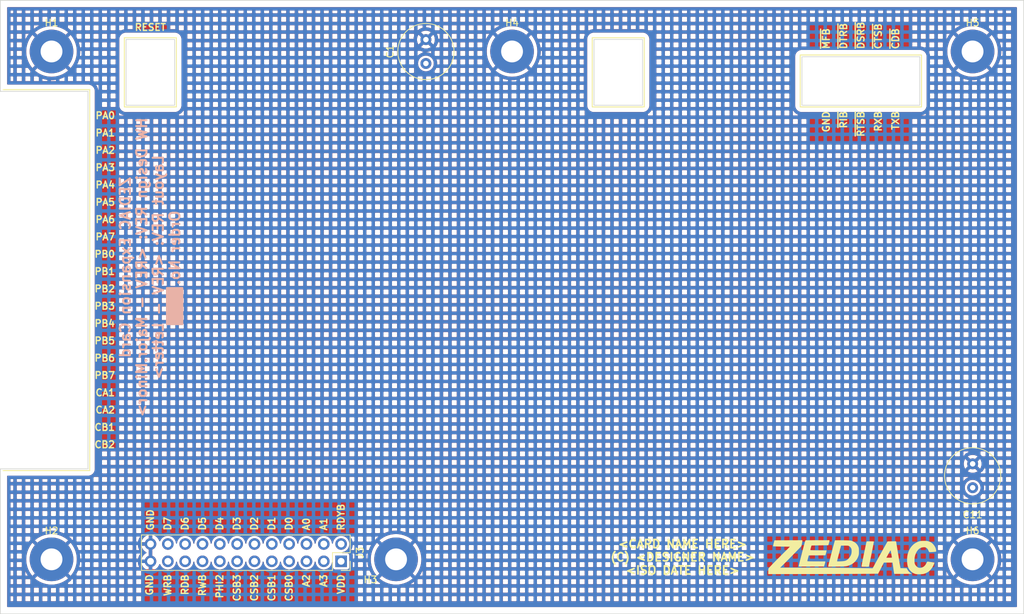
<source format=kicad_pcb>
(kicad_pcb (version 20240108) (generator "pcbnew") (generator_version "8.0")
  (title_block (date "2023-07-02"))
  (layers (0 "F.Cu" signal) (1 "In1.Cu" signal) (2 "In2.Cu" signal) (31 "B.Cu" signal) (34 "B.Paste" user) (35 "F.Paste" user) (36 "B.SilkS" user "B.Silkscreen") (37 "F.SilkS" user "F.Silkscreen") (38 "B.Mask" user) (39 "F.Mask" user) (44 "Edge.Cuts" user))
  (net 0 "")
  (net 1 "VDD")
  (net 2 "GND")
  (net 3 "/{slash}RDB")
  (net 4 "/{slash}WRB")
  (net 5 "/{slash}RWB")
  (net 6 "/AUXCSB0")
  (net 7 "/AUXCSB1")
  (net 8 "/AUXCSB2")
  (net 9 "/AUXCSB3")
  (net 10 "/A1")
  (net 11 "/A0")
  (net 12 "/A3")
  (net 13 "/D7")
  (net 14 "/A2")
  (net 15 "/D6")
  (net 16 "/D5")
  (net 17 "/PHI2")
  (net 18 "/D4")
  (net 19 "/D3")
  (net 20 "/D2")
  (net 21 "/D1")
  (net 22 "/D0")
  (net 23 "/{slash}RDY")
  (footprint "MountingHole:MountingHole_3.2mm_M3_Pad" (layer "F.Cu") (at 167.5 32.5)
    (property "Reference" "H5" (at 0 -4.2 0) (layer "F.SilkS"))
    (property "Value" "MountingHole_Pad")
    (pad "1" thru_hole circle (at 0 0) (size 6.4 6.4) (drill 3.2) (layers "*.Cu" "*.Mask") (net 2 "GND"))
  )
  (footprint "MountingHole:MountingHole_3.2mm_M3_Pad" (layer "F.Cu") (at 32.5 32.5)
    (property "Reference" "H1" (at 0 -4.2 0) (layer "F.SilkS"))
    (property "Value" "MountingHole_Pad")
    (pad "1" thru_hole circle (at 0 0) (size 6.4 6.4) (drill 3.2) (layers "*.Cu" "*.Mask") (net 2 "GND"))
  )
  (footprint "MountingHole:MountingHole_3.2mm_M3_Pad" (layer "F.Cu") (at 167.5 107)
    (property "Reference" "H6" (at 0 -4.2 0) (layer "F.SilkS"))
    (property "Value" "MountingHole_Pad")
    (pad "1" thru_hole circle (at 0 0) (size 6.4 6.4) (drill 3.2) (layers "*.Cu" "*.Mask") (net 2 "GND"))
  )
  (footprint "MountingHole:MountingHole_3.2mm_M3_Pad" (layer "F.Cu") (at 100 32.5)
    (property "Reference" "H4" (at 0 -4.2 0) (layer "F.SilkS"))
    (property "Value" "MountingHole_Pad")
    (pad "1" thru_hole circle (at 0 0) (size 6.4 6.4) (drill 3.2) (layers "*.Cu" "*.Mask") (net 2 "GND"))
  )
  (footprint "Capacitor_THT:C_Radial_D8.0mm_H7.0mm_P3.50mm" (layer "F.Cu") (at 87.376 34.262 90)
    (property "Reference" "C1" (at 1.75 -5.25 90) (layer "F.SilkS"))
    (property "Value" "150u")
    (fp_circle (center 1.75 0) (end 5.87 0) (stroke (width 0.12)) (fill none) (layer "F.SilkS"))
    (pad "1" thru_hole circle (at 0 0 90) (size 1.6 1.6) (drill 0.8) (layers "*.Cu" "*.Mask") (net 1 "VDD"))
    (pad "2" thru_hole circle (at 3.5 0 90) (size 1.6 1.6) (drill 0.8) (layers "*.Cu" "*.Mask") (net 2 "GND"))
  )
  (footprint "MountingHole:MountingHole_3.2mm_M3_Pad" (layer "F.Cu") (at 83 107)
    (property "Reference" "H3" (at -3.752 2.982 0) (layer "F.SilkS"))
    (property "Value" "MountingHole_Pad")
    (pad "1" thru_hole circle (at 0 0) (size 6.4 6.4) (drill 3.2) (layers "*.Cu" "*.Mask") (net 2 "GND"))
  )
  (footprint "Capacitor_THT:C_Radial_D8.0mm_H7.0mm_P3.50mm" (layer "F.Cu") (at 167.513 96.492 90)
    (property "Reference" "C11" (at -3.965 0 180) (layer "F.SilkS"))
    (property "Value" "150u")
    (fp_circle (center 1.75 0) (end 5.87 0) (stroke (width 0.12)) (fill none) (layer "F.SilkS"))
    (pad "1" thru_hole circle (at 0 0 90) (size 1.6 1.6) (drill 0.8) (layers "*.Cu" "*.Mask") (net 1 "VDD"))
    (pad "2" thru_hole circle (at 3.5 0 90) (size 1.6 1.6) (drill 0.8) (layers "*.Cu" "*.Mask") (net 2 "GND"))
  )
  (footprint "zediac:zediac-logo" (layer "F.Cu") (at 149.86 106.68)
    (property "Reference" "G1" (hide yes))
    (property "Value" "LOGO" (hide yes))
    (fp_poly (pts (xy 2.779876 -2.324578) (xy 2.917679 -2.321164) (xy 3.036064 -2.316074) (xy 3.124752 -2.309386) (xy 3.173466 -2.301174) (xy 3.179317 -2.29774) (xy 3.176089 -2.268838) (xy 3.163055 -2.192178) (xy 3.141262 -2.073004) (xy 3.111755 -1.916558) (xy 3.075582 -1.728083) (xy 3.033791 -1.512823) (xy 2.987426 -1.27602) (xy 2.937537 -1.022916) (xy 2.885169 -0.758756) (xy 2.831368 -0.488781) (xy 2.777183 -0.218235) (xy 2.72366 0.04764) (xy 2.671846 0.3036) (xy 2.622787 0.544404) (xy 2.57753 0.764807) (xy 2.537123 0.959567) (xy 2.502611 1.123441) (xy 2.475043 1.251186) (xy 2.455464 1.33756) (xy 2.446427 1.372791) (xy 2.428772 1.385157) (xy 2.380756 1.394371) (xy 2.297056 1.400764) (xy 2.172345 1.404671) (xy 2.001299 1.406427) (xy 1.907028 1.406603) (xy 1.720657 1.406006) (xy 1.581638 1.403888) (xy 1.483232 1.399755) (xy 1.4187 1.393116) (xy 1.381305 1.383479) (xy 1.364308 1.370351) (xy 1.362596 1.366839) (xy 1.364733 1.332891) (xy 1.3769 1.251456) (xy 1.39808 1.128008) (xy 1.427258 0.968019) (xy 1.463418 0.776965) (xy 1.505546 0.560318) (xy 1.552624 0.323552) (xy 1.594713 0.115774) (xy 1.680307 -0.302931) (xy 1.75589 -0.671647) (xy 1.822123 -0.993421) (xy 1.879668 -1.271303) (xy 1.929189 -1.508339) (xy 1.971345 -1.707577) (xy 2.006801 -1.872066) (xy 2.036218 -2.004853) (xy 2.060258 -2.108985) (xy 2.079584 -2.187511) (xy 2.094858 -2.243478) (xy 2.106741 -2.279934) (xy 2.115897 -2.299927) (xy 2.120793 -2.305602) (xy 2.159284 -2.313844) (xy 2.240021 -2.319952) (xy 2.352726 -2.324004) (xy 2.487122 -2.326074) (xy 2.632931 -2.32624)) (fill solid) (layer "F.SilkS"))
    (fp_poly (pts (xy -3.327539 -2.414217) (xy -3.335233 -2.358695) (xy -3.35579 -2.265406) (xy -3.385914 -2.148216) (xy -3.415953 -2.042279) (xy -3.503986 -1.744728) (xy -4.725257 -1.731203) (xy -4.9772 -1.72805) (xy -5.212352 -1.724408) (xy -5.425221 -1.720412) (xy -5.610319 -1.716199) (xy -5.762154 -1.711902) (xy -5.875237 -1.70766) (xy -5.944076 -1.703606) (xy -5.963587 -1.700607) (xy -5.979989 -1.665544) (xy -6.003775 -1.592021) (xy -6.031877 -1.492445) (xy -6.061229 -1.379226) (xy -6.088764 -1.264772) (xy -6.111414 -1.161491) (xy -6.126114 -1.081791) (xy -6.129795 -1.038081) (xy -6.12837 -1.033914) (xy -6.098044 -1.029631) (xy -6.019236 -1.025304) (xy -5.897566 -1.021063) (xy -5.738651 -1.017039) (xy -5.54811 -1.013362) (xy -5.331561 -1.010161) (xy -5.094623 -1.007567) (xy -4.934409 -1.006282) (xy -3.759958 -0.998187) (xy -3.759873 -0.938657) (xy -3.766964 -0.889616) (xy -3.786277 -0.80165) (xy -3.814761 -0.687733) (xy -3.845339 -0.575086) (xy -3.93089 -0.271045) (xy -5.148211 -0.26401) (xy -6.365531 -0.256975) (xy -6.590197 0.581577) (xy -6.480242 0.599859) (xy -6.430626 0.603717) (xy -6.332999 0.607388) (xy -6.193449 0.610778) (xy -6.018066 0.613794) (xy -5.812937 0.616341) (xy -5.584153 0.618327) (xy -5.337802 0.619658) (xy -5.159798 0.620147) (xy -3.949308 0.622152) (xy -3.949679 0.696539) (xy -3.957466 0.752012) (xy -3.978287 0.845212) (xy -4.008804 0.962301) (xy -4.039337 1.068478) (xy -4.128625 1.366028) (xy -5.986571 1.372977) (xy -7.844516 1.379926) (xy -7.844306 1.318877) (xy -7.837319 1.276231) (xy -7.816651 1.182384) (xy -7.782573 1.038406) (xy -7.735353 0.845366) (xy -7.675261 0.604335) (xy -7.602566 0.316383) (xy -7.517539 -0.017421) (xy -7.420449 -0.396008) (xy -7.311564 -0.818306) (xy -7.191155 -1.283247) (xy -7.11209 -1.587619) (xy -7.049202 -1.828114) (xy -6.997741 -2.021209) (xy -6.956089 -2.172008) (xy -6.922623 -2.285612) (xy -6.895724 -2.367126) (xy -6.87377 -2.421651) (xy -6.855142 -2.454292) (xy -6.838217 -2.47015) (xy -6.830845 -2.473139) (xy -6.794801 -2.475715) (xy -6.709386 -2.478159) (xy -6.579332 -2.480431) (xy -6.409367 -2.482491) (xy -6.204222 -2.484299) (xy -5.968626 -2.485815) (xy -5.707309 -2.486998) (xy -5.425002 -2.487808) (xy -5.126434 -2.488205) (xy -5.051598 -2.488235) (xy -3.327157 -2.488604)) (fill solid) (layer "F.SilkS"))
    (fp_poly (pts (xy 10.686224 -2.391182) (xy 10.822463 -2.386542) (xy 10.930697 -2.377628) (xy 11.023957 -2.363183) (xy 11.115276 -2.341955) (xy 11.157332 -2.330389) (xy 11.362067 -2.261947) (xy 11.531455 -2.179423) (xy 11.684147 -2.072048) (xy 11.820367 -1.947603) (xy 12.01077 -1.72557) (xy 12.156491 -1.485858) (xy 12.254376 -1.234798) (xy 12.300883 -0.983475) (xy 12.307446 -0.892226) (xy 12.304614 -0.841223) (xy 12.287556 -0.816806) (xy 12.251437 -0.805311) (xy 12.236856 -0.802473) (xy 12.147802 -0.788991) (xy 12.029088 -0.775902) (xy 11.891655 -0.763853) (xy 11.746442 -0.753493) (xy 11.604389 -0.74547) (xy 11.476437 -0.740433) (xy 11.373524 -0.73903) (xy 11.306592 -0.741909) (xy 11.287793 -0.746232) (xy 11.256345 -0.784542) (xy 11.217683 -0.856754) (xy 11.188698 -0.925475) (xy 11.100564 -1.114959) (xy 10.99406 -1.25863) (xy 10.863725 -1.363212) (xy 10.809085 -1.392995) (xy 10.726588 -1.43049) (xy 10.657271 -1.451443) (xy 10.58102 -1.459159) (xy 10.47772 -1.456942) (xy 10.434156 -1.454587) (xy 10.194809 -1.41684) (xy 9.977805 -1.331953) (xy 9.781982 -1.199015) (xy 9.606181 -1.017114) (xy 9.449239 -0.785337) (xy 9.357319 -0.608626) (xy 9.264764 -0.393152) (xy 9.199448 -0.190963) (xy 9.157734 0.015087) (xy 9.13598 0.242144) (xy 9.130473 0.459851) (xy 9.133961 0.669079) (xy 9.147977 0.835741) (xy 9.176227 0.970942) (xy 9.222418 1.085786) (xy 9.290258 1.191377) (xy 9.383454 1.298817) (xy 9.424576 1.340735) (xy 9.556152 1.455799) (xy 9.683203 1.527437) (xy 9.822427 1.561982) (xy 9.990525 1.56577) (xy 10.014222 1.564408) (xy 10.21725 1.524861) (xy 10.408426 1.435205) (xy 10.583374 1.298914) (xy 10.737717 1.11946) (xy 10.867079 0.900314) (xy 10.876816 0.879897) (xy 10.936047 0.76104) (xy 10.981966 0.687499) (xy 11.018639 0.653353) (xy 11.035211 0.649202) (xy 11.077661 0.652973) (xy 11.163743 0.663424) (xy 11.283582 0.679258) (xy 11.427299 0.699178) (xy 11.550372 0.716827) (xy 11.702692 0.738868) (xy 11.835763 0.757904) (xy 11.940623 0.772668) (xy 12.008312 0.781899) (xy 12.029822 0.784452) (xy 12.042071 0.807194) (xy 12.034451 0.868393) (xy 12.010025 0.957505) (xy 11.971857 1.063989) (xy 11.923011 1.177301) (xy 11.90461 1.21532) (xy 11.728974 1.528753) (xy 11.537562 1.793397) (xy 11.325826 2.013384) (xy 11.089218 2.192846) (xy 10.823191 2.335916) (xy 10.563046 2.43439) (xy 10.436032 2.464074) (xy 10.271731 2.486879) (xy 10.083449 2.502478) (xy 9.884489 2.510542) (xy 9.688156 2.510743) (xy 9.507755 2.502754) (xy 9.356589 2.486247) (xy 9.264643 2.466387) (xy 9.043661 2.387037) (xy 8.857182 2.289137) (xy 8.686089 2.161345) (xy 8.573676 2.05648) (xy 8.412306 1.87654) (xy 8.284502 1.688606) (xy 8.187074 1.484216) (xy 8.116831 1.254906) (xy 8.070583 0.992213) (xy 8.045139 0.687672) (xy 8.043415 0.64988) (xy 8.040895 0.253949) (xy 8.069729 -0.105958) (xy 8.131646 -0.439087) (xy 8.228376 -0.754683) (xy 8.361649 -1.061992) (xy 8.364879 -1.068477) (xy 8.547639 -1.381413) (xy 8.764114 -1.658439) (xy 9.010389 -1.895771) (xy 9.282549 -2.089629) (xy 9.57145 -2.234124) (xy 9.727224 -2.293637) (xy 9.864608 -2.336616) (xy 9.998243 -2.365539) (xy 10.142769 -2.382885) (xy 10.312828 -2.391132) (xy 10.508945 -2.392801)) (fill solid) (layer "F.SilkS"))
    (fp_poly (pts (xy -1.731748 -2.482094) (xy -1.499122 -2.480354) (xy -1.420128 -2.479524) (xy -1.128937 -2.476044) (xy -0.885685 -2.472222) (xy -0.684216 -2.467277) (xy -0.51837 -2.460429) (xy -0.38199 -2.450897) (xy -0.268918 -2.437901) (xy -0.172994 -2.420661) (xy -0.088062 -2.398397) (xy -0.007962 -2.370329) (xy 0.073463 -2.335677) (xy 0.162372 -2.293659) (xy 0.202875 -2.273898) (xy 0.441395 -2.128015) (xy 0.643275 -1.943182) (xy 0.805438 -1.722812) (xy 0.923387 -1.474228) (xy 0.946171 -1.405679) (xy 0.962437 -1.337126) (xy 0.973301 -1.257483) (xy 0.979874 -1.155666) (xy 0.98327 -1.020589) (xy 0.984513 -0.865601) (xy 0.984383 -0.691745) (xy 0.981645 -0.559937) (xy 0.975163 -0.458143) (xy 0.963802 -0.374332) (xy 0.946426 -0.29647) (xy 0.923325 -0.217082) (xy 0.814575 0.06855) (xy 0.672552 0.326122) (xy 0.490173 0.566655) (xy 0.281272 0.781792) (xy 0.035689 0.975141) (xy -0.248493 1.132207) (xy -0.57247 1.253613) (xy -0.691707 1.286829) (xy -0.750225 1.301626) (xy -0.804973 1.314408) (xy -0.860398 1.325396) (xy -0.920944 1.334808) (xy -0.991055 1.342865) (xy -1.075176 1.349787) (xy -1.177752 1.355794) (xy -1.303227 1.361105) (xy -1.456046 1.365941) (xy -1.640653 1.370521) (xy -1.861493 1.375065) (xy -2.123012 1.379794) (xy -2.429652 1.384927) (xy -2.785859 1.390684) (xy -2.792918 1.390797) (xy -3.516507 1.402417) (xy -3.516507 1.335024) (xy -3.515963 1.317303) (xy -3.513751 1.295131) (xy -3.509002 1.265013) (xy -3.500849 1.22345) (xy -3.488424 1.166947) (xy -3.470857 1.092005) (xy -3.44728 0.995128) (xy -3.416826 0.872819) (xy -3.378625 0.72158) (xy -3.341215 0.574814) (xy -2.216937 0.574814) (xy -2.211576 0.597663) (xy -2.18736 0.611608) (xy -2.134156 0.618611) (xy -2.041832 0.620635) (xy -1.981417 0.620419) (xy -1.850038 0.617526) (xy -1.689447 0.611155) (xy -1.524338 0.602387) (xy -1.433653 0.596445) (xy -1.223131 0.574517) (xy -1.051724 0.53893) (xy -0.905134 0.484603) (xy -0.769061 0.406454) (xy -0.652801 0.318992) (xy -0.510893 0.181218) (xy -0.37316 0.008972) (xy -0.253028 -0.178912) (xy -0.163922 -0.363604) (xy -0.161259 -0.370486) (xy -0.119999 -0.516534) (xy -0.093654 -0.689529) (xy -0.083089 -0.871158) (xy -0.089168 -1.043109) (xy -0.112755 -1.187067) (xy -0.121336 -1.216078) (xy -0.20573 -1.388438) (xy -0.335147 -1.531582) (xy -0.456799 -1.617274) (xy -0.500963 -1.642464) (xy -0.54134 -1.661106) (xy -0.586695 -1.674184) (xy -0.64579 -1.682686) (xy -0.727389 -1.687596) (xy -0.840254 -1.6899) (xy -0.99315 -1.690585) (xy -1.108894 -1.690628) (xy -1.636212 -1.690628) (xy -1.925991 -0.581576) (xy -1.987746 -0.344237) (xy -2.045059 -0.12207) (xy -2.096499 0.079239) (xy -2.140634 0.254001) (xy -2.176034 0.396527) (xy -2.201267 0.501129) (xy -2.214902 0.562119) (xy -2.216937 0.574814) (xy -3.341215 0.574814) (xy -3.331809 0.537915) (xy -3.27551 0.318327) (xy -3.208859 0.059317) (xy -3.130989 -0.24261) (xy -3.04103 -0.590952) (xy -2.97006 -0.865601) (xy -2.896431 -1.149013) (xy -2.826099 -1.416866) (xy -2.760321 -1.664559) (xy -2.700354 -1.887494) (xy -2.647457 -2.081071) (xy -2.602884 -2.240689) (xy -2.567895 -2.36175) (xy -2.543745 -2.439654) (xy -2.531692 -2.4698) (xy -2.531615 -2.469862) (xy -2.498917 -2.474342) (xy -2.418061 -2.477914) (xy -2.294981 -2.480527) (xy -2.135613 -2.482129) (xy -1.94589 -2.482668)) (fill solid) (layer "F.SilkS"))
    (fp_poly (pts (xy -7.303515 -2.417392) (xy -7.309058 -2.33994) (xy -7.323964 -2.22849) (xy -7.345649 -2.096559) (xy -7.371527 -1.95766) (xy -7.399013 -1.825309) (xy -7.425523 -1.71302) (xy -7.448472 -1.634308) (xy -7.457482 -1.612385) (xy -7.481742 -1.582557) (xy -7.540569 -1.518025) (xy -7.630377 -1.422445) (xy -7.747583 -1.299472) (xy -7.888603 -1.15276) (xy -8.04985 -0.985965) (xy -8.227742 -0.802741) (xy -8.418694 -0.606743) (xy -8.619121 -0.401627) (xy -8.825439 -0.191046) (xy -9.034063 0.021343) (xy -9.241409 0.231887) (xy -9.443892 0.43693) (xy -9.637929 0.632817) (xy -9.819934 0.815894) (xy -9.986323 0.982506) (xy -10.133512 1.128997) (xy -10.257917 1.251713) (xy -10.355952 1.346999) (xy -10.411006 1.399184) (xy -10.563046 1.540541) (xy -6.933051 1.541197) (xy -6.449657 1.541497) (xy -5.952407 1.542205) (xy -5.447147 1.543294) (xy -4.939724 1.544737) (xy -4.435985 1.546505) (xy -3.941778 1.548571) (xy -3.46295 1.550907) (xy -3.005347 1.553486) (xy -2.574818 1.556279) (xy -2.177208 1.559259) (xy -1.818365 1.562398) (xy -1.504137 1.565669) (xy -1.33369 1.567759) (xy -0.97129 1.572527) (xy -0.593765 1.577496) (xy -0.209524 1.582555) (xy 0.173022 1.587593) (xy 0.545463 1.592499) (xy 0.899389 1.597164) (xy 1.226389 1.601475) (xy 1.518053 1.605322) (xy 1.76597 1.608594) (xy 1.816031 1.609256) (xy 2.996386 1.624847) (xy 3.369539 0.940912) (xy 3.461244 0.773355) (xy 3.567488 0.580133) (xy 3.685724 0.365812) (xy 3.813404 0.134959) (xy 3.843226 0.081151) (xy 4.999119 0.081151) (xy 5.40744 0.081151) (xy 5.574922 0.079937) (xy 5.693869 0.075999) (xy 5.769796 0.068888) (xy 5.808221 0.058156) (xy 5.815761 0.047985) (xy 5.811119 0.004562) (xy 5.798428 -0.079948) (xy 5.779545 -0.195185) (xy 5.756326 -0.330793) (xy 5.730624 -0.476413) (xy 5.704297 -0.621688) (xy 5.679199 -0.75626) (xy 5.657186 -0.869771) (xy 5.640113 -0.951864) (xy 5.629837 -0.992181) (xy 5.629153 -0.993711) (xy 5.61087 -0.982581) (xy 5.571246 -0.928764) (xy 5.513719 -0.837665) (xy 5.441725 -0.714688) (xy 5.371085 -0.58796) (xy 5.289605 -0.439211) (xy 5.212316 -0.298677) (xy 5.144855 -0.176565) (xy 5.092861 -0.083084) (xy 5.065065 -0.033812) (xy 4.999119 0.081151) (xy 3.843226 0.081151) (xy 3.947979 -0.107858) (xy 4.086903 -0.358073) (xy 4.227628 -0.61112) (xy 4.367605 -0.862431) (xy 4.504288 -1.107439) (xy 4.635129 -1.341579) (xy 4.75758 -1.560282) (xy 4.869093 -1.758982) (xy 4.967121 -1.933112) (xy 5.049115 -2.078106) (xy 5.11253 -2.189396) (xy 5.154815 -2.262416) (xy 5.173339 -2.292492) (xy 5.197578 -2.304215) (xy 5.252573 -2.313154) (xy 5.343241 -2.319568) (xy 5.474502 -2.323716) (xy 5.651272 -2.325858) (xy 5.814769 -2.326304) (xy 6.429303 -2.326304) (xy 6.595627 -1.305165) (xy 6.638117 -1.043837) (xy 6.682358 -0.770918) (xy 6.726508 -0.497822) (xy 6.768727 -0.235963) (xy 6.807173 0.003246) (xy 6.840005 0.20839) (xy 6.858502 0.324601) (xy 6.890695 0.525846) (xy 6.924337 0.733205) (xy 6.95709 0.932467) (xy 6.986614 1.109418) (xy 7.01057 1.249847) (xy 7.014321 1.271353) (xy 7.073589 1.609479) (xy 7.993329 1.624223) (xy 8.086741 1.804389) (xy 8.192616 1.971337) (xy 8.330445 2.134579) (xy 8.484236 2.277039) (xy 8.615442 2.368963) (xy 8.750692 2.44803) (xy 7.454808 2.455058) (xy 7.195503 2.456312) (xy 6.953195 2.45719) (xy 6.733156 2.457694) (xy 6.54066 2.457826) (xy 6.380978 2.457587) (xy 6.259383 2.456979) (xy 6.181147 2.456005) (xy 6.151543 2.454666) (xy 6.151449 2.454609) (xy 6.145949 2.426995) (xy 6.133932 2.352345) (xy 6.116374 2.237203) (xy 6.094253 2.088111) (xy 6.068546 1.911613) (xy 6.040229 1.714251) (xy 6.027205 1.622555) (xy 5.910436 0.797977) (xy 4.645254 0.797977) (xy 4.429697 1.217253) (xy 4.337699 1.396132) (xy 4.234017 1.59762) (xy 4.129647 1.800358) (xy 4.035581 1.982987) (xy 4.010114 2.032409) (xy 3.806088 2.428289) (xy 2.694258 2.444352) (xy 2.567331 2.445848) (xy 2.389073 2.44743) (xy 2.162251 2.449088) (xy 1.889634 2.45081) (xy 1.573991 2.452585) (xy 1.218089 2.454402) (xy 0.824698 2.456252) (xy 0.396584 2.458122) (xy -0.063483 2.460002) (xy -0.552734 2.461881) (xy -1.068402 2.463749) (xy -1.607719 2.465594) (xy -2.167916 2.467405) (xy -2.746224 2.469172) (xy -3.339875 2.470883) (xy -3.946102 2.472529) (xy -4.562135 2.474097) (xy -5.185206 2.475578) (xy -5.362673 2.47598) (xy -12.307774 2.491546) (xy -12.307774 2.124031) (xy -12.305496 1.946507) (xy -12.298177 1.814709) (xy -12.285098 1.720436) (xy -12.266797 1.658444) (xy -12.243653 1.622677) (xy -12.192714 1.560519) (xy -12.11301 1.470976) (xy -12.00357 1.353053) (xy -11.863426 1.205755) (xy -11.691608 1.028088) (xy -11.487145 0.819057) (xy -11.249068 0.577667) (xy -10.976407 0.302924) (xy -10.668193 -0.006168) (xy -10.323455 -0.350602) (xy -9.941223 -0.731375) (xy -9.794649 -0.877147) (xy -9.134452 -1.533474) (xy -10.349175 -1.552949) (xy -10.634083 -1.558089) (xy -10.889392 -1.563845) (xy -11.111218 -1.570073) (xy -11.295682 -1.576629) (xy -11.438902 -1.583371) (xy -11.536997 -1.590154) (xy -11.586085 -1.596834) (xy -11.590758 -1.598876) (xy -11.595572 -1.637551) (xy -11.583406 -1.726736) (xy -11.554404 -1.865626) (xy -11.509528 -2.050203) (xy -11.401438 -2.475079) (xy -9.352477 -2.482012) (xy -7.303515 -2.488944)) (fill solid) (layer "F.SilkS"))
  )
  (footprint "Connector_PinSocket_2.54mm:PinSocket_2x12_P2.54mm_Vertical" (layer "F.Cu") (at 74.95 107.29 -90)
    (property "Reference" "J3" (at -1.27 -2.77 90) (layer "F.SilkS"))
    (property "Value" "Conn_02x12_Odd_Even")
    (fp_line (start -3.87 29.27) (end 1.33 29.27) (stroke (width 0.12)) (layer "F.SilkS"))
    (fp_line (start -1.27 1.27) (end 1.33 1.27) (stroke (width 0.12)) (layer "F.SilkS"))
    (fp_line (start 1.33 1.27) (end 1.33 29.27) (stroke (width 0.12)) (layer "F.SilkS"))
    (fp_line (start -3.87 -1.33) (end -3.87 29.27) (stroke (width 0.12)) (layer "F.SilkS"))
    (fp_line (start -3.87 -1.33) (end -1.27 -1.33) (stroke (width 0.12)) (layer "F.SilkS"))
    (fp_line (start -1.27 -1.33) (end -1.27 1.27) (stroke (width 0.12)) (layer "F.SilkS"))
    (fp_line (start 0 -1.33) (end 1.33 -1.33) (stroke (width 0.12)) (layer "F.SilkS"))
    (fp_line (start 1.33 -1.33) (end 1.33 0) (stroke (width 0.12)) (layer "F.SilkS"))
    (pad "1" thru_hole rect (at 0 0 270) (size 1.7 1.7) (drill 1) (layers "*.Cu" "*.Mask") (net 1 "VDD"))
    (pad "2" thru_hole oval (at -2.54 0 270) (size 1.7 1.7) (drill 1) (layers "*.Cu" "*.Mask") (net 23 "/{slash}RDY"))
    (pad "3" thru_hole oval (at 0 2.54 270) (size 1.7 1.7) (drill 1) (layers "*.Cu" "*.Mask") (net 12 "/A3"))
    (pad "4" thru_hole oval (at -2.54 2.54 270) (size 1.7 1.7) (drill 1) (layers "*.Cu" "*.Mask") (net 10 "/A1"))
    (pad "5" thru_hole oval (at 0 5.08 270) (size 1.7 1.7) (drill 1) (layers "*.Cu" "*.Mask") (net 14 "/A2"))
    (pad "6" thru_hole oval (at -2.54 5.08 270) (size 1.7 1.7) (drill 1) (layers "*.Cu" "*.Mask") (net 11 "/A0"))
    (pad "7" thru_hole oval (at 0 7.62 270) (size 1.7 1.7) (drill 1) (layers "*.Cu" "*.Mask") (net 6 "/AUXCSB0"))
    (pad "8" thru_hole oval (at -2.54 7.62 270) (size 1.7 1.7) (drill 1) (layers "*.Cu" "*.Mask") (net 22 "/D0"))
    (pad "9" thru_hole oval (at 0 10.16 270) (size 1.7 1.7) (drill 1) (layers "*.Cu" "*.Mask") (net 7 "/AUXCSB1"))
    (pad "10" thru_hole oval (at -2.54 10.16 270) (size 1.7 1.7) (drill 1) (layers "*.Cu" "*.Mask") (net 21 "/D1"))
    (pad "11" thru_hole oval (at 0 12.7 270) (size 1.7 1.7) (drill 1) (layers "*.Cu" "*.Mask") (net 8 "/AUXCSB2"))
    (pad "12" thru_hole oval (at -2.54 12.7 270) (size 1.7 1.7) (drill 1) (layers "*.Cu" "*.Mask") (net 20 "/D2"))
    (pad "13" thru_hole oval (at 0 15.24 270) (size 1.7 1.7) (drill 1) (layers "*.Cu" "*.Mask") (net 9 "/AUXCSB3"))
    (pad "14" thru_hole oval (at -2.54 15.24 270) (size 1.7 1.7) (drill 1) (layers "*.Cu" "*.Mask") (net 19 "/D3"))
    (pad "15" thru_hole oval (at 0 17.78 270) (size 1.7 1.7) (drill 1) (layers "*.Cu" "*.Mask") (net 17 "/PHI2"))
    (pad "16" thru_hole oval (at -2.54 17.78 270) (size 1.7 1.7) (drill 1) (layers "*.Cu" "*.Mask") (net 18 "/D4"))
    (pad "17" thru_hole oval (at 0 20.32 270) (size 1.7 1.7) (drill 1) (layers "*.Cu" "*.Mask") (net 5 "/{slash}RWB"))
    (pad "18" thru_hole oval (at -2.54 20.32 270) (size 1.7 1.7) (drill 1) (layers "*.Cu" "*.Mask") (net 16 "/D5"))
    (pad "19" thru_hole oval (at 0 22.86 270) (size 1.7 1.7) (drill 1) (layers "*.Cu" "*.Mask") (net 3 "/{slash}RDB"))
    (pad "20" thru_hole oval (at -2.54 22.86 270) (size 1.7 1.7) (drill 1) (layers "*.Cu" "*.Mask") (net 15 "/D6"))
    (pad "21" thru_hole oval (at 0 25.4 270) (size 1.7 1.7) (drill 1) (layers "*.Cu" "*.Mask") (net 4 "/{slash}WRB"))
    (pad "22" thru_hole oval (at -2.54 25.4 270) (size 1.7 1.7) (drill 1) (layers "*.Cu" "*.Mask") (net 13 "/D7"))
    (pad "23" thru_hole oval (at 0 27.94 270) (size 1.7 1.7) (drill 1) (layers "*.Cu" "*.Mask") (net 2 "GND"))
    (pad "24" thru_hole oval (at -2.54 27.94 270) (size 1.7 1.7) (drill 1) (layers "*.Cu" "*.Mask") (net 2 "GND"))
  )
  (footprint "MountingHole:MountingHole_3.2mm_M3_Pad" (layer "F.Cu") (at 32.5 107)
    (property "Reference" "H2" (at 0 -4.2 0) (layer "F.SilkS"))
    (property "Value" "MountingHole_Pad")
    (pad "1" thru_hole circle (at 0 0) (size 6.4 6.4) (drill 3.2) (layers "*.Cu" "*.Mask") (net 2 "GND"))
  )
  (gr_line (start 38.1 38.1) (end 38.1 93.98) (stroke (width 0.15)) (layer "F.SilkS"))
  (gr_rect (start 43.18 30.48) (end 50.8 40.64) (stroke (width 0.15)) (fill none) (layer "F.SilkS"))
  (gr_rect (start 142.24 33.02) (end 160.02 40.64) (stroke (width 0.15)) (fill none) (layer "F.SilkS"))
  (gr_line (start 25.4 38.1) (end 38.1 38.1) (stroke (width 0.15)) (layer "F.SilkS"))
  (gr_rect (start 111.76 30.48) (end 119.38 40.64) (stroke (width 0.15)) (fill none) (layer "F.SilkS"))
  (gr_line (start 38.1 93.98) (end 25.4 93.98) (stroke (width 0.15)) (layer "F.SilkS"))
  (gr_line (start 25 25) (end 25 38.354) (stroke (width 0.1)) (layer "Edge.Cuts"))
  (gr_line (start 37.846 93.726) (end 37.846 38.354) (stroke (width 0.1)) (layer "Edge.Cuts"))
  (gr_rect (start 43.434 30.734) (end 50.546 40.386) (stroke (width 0.1)) (fill none) (layer "Edge.Cuts"))
  (gr_line (start 175 115) (end 25 115) (stroke (width 0.1)) (layer "Edge.Cuts"))
  (gr_line (start 25 25) (end 175 25) (stroke (width 0.1)) (layer "Edge.Cuts"))
  (gr_rect (start 142.494 33.274) (end 159.766 40.386) (stroke (width 0.1)) (fill none) (layer "Edge.Cuts"))
  (gr_line (start 25 38.354) (end 37.846 38.354) (stroke (width 0.1)) (layer "Edge.Cuts"))
  (gr_line (start 25 115) (end 25 93.726) (stroke (width 0.1)) (layer "Edge.Cuts"))
  (gr_line (start 25 93.726) (end 37.846 93.726) (stroke (width 0.1)) (layer "Edge.Cuts"))
  (gr_rect (start 112.014 30.734) (end 119.126 40.386) (stroke (width 0.1)) (fill none) (layer "Edge.Cuts"))
  (gr_line (start 175 25) (end 175 115) (stroke (width 0.1)) (layer "Edge.Cuts"))
  (gr_text "ZEDIAC Expansion Card\nHW Design REV: <REV - Major.Minor>\nLayout REV: <REV - Letter>\nOrder No.     " (at 46.9392 64.1604 90) (layer "B.SilkS") (effects (font (size 1.5 1.5) (thickness 0.3)) (justify mirror)))
  (gr_text "GND" (at 46.863 109.093 90) (layer "F.SilkS") (effects (font (size 1 1) (thickness 0.2)) (justify right)))
  (gr_text "PB6\n" (at 41.91 77.47 0) (layer "F.SilkS") (effects (font (size 1 1) (thickness 0.2)) (justify right)))
  (gr_text "PA5\n" (at 41.91 54.61 0) (layer "F.SilkS") (effects (font (size 1 1) (thickness 0.2)) (justify right)))
  (gr_text "CB1\n" (at 41.91 87.63 0) (layer "F.SilkS") (effects (font (size 1 1) (thickness 0.2)) (justify right)))
  (gr_text "<CARD NAME HERE>\n(C) <DESIGNER NAME>\n<ISO DATE HERE>" (at 125 106.68 0) (layer "F.SilkS") (effects (font (size 1.2 1.2) (thickness 0.25))))
  (gr_text "VDD" (at 74.93 109.093 90) (layer "F.SilkS") (effects (font (size 1 1) (thickness 0.2)) (justify right)))
  (gr_text "CSB3" (at 59.69 109.093 90) (layer "F.SilkS") (effects (font (size 1 1) (thickness 0.2)) (justify right)))
  (gr_text "~{MFB}" (at 146.05 32.258 90) (layer "F.SilkS") (effects (font (size 1 1) (thickness 0.2)) (justify left)))
  (gr_text "PB4\n" (at 41.91 72.39 0) (layer "F.SilkS") (effects (font (size 1 1) (thickness 0.2)) (justify right)))
  (gr_text "~{RTSB}" (at 151.13 41.148 90) (layer "F.SilkS") (effects (font (size 1 1) (thickness 0.2)) (justify right)))
  (gr_text "PB0\n" (at 41.91 62.23 0) (layer "F.SilkS") (effects (font (size 1 1) (thickness 0.2)) (justify right)))
  (gr_text "CSB2" (at 62.23 109.093 90) (layer "F.SilkS") (effects (font (size 1 1) (thickness 0.2)) (justify right)))
  (gr_text "WRB" (at 49.53 109.093 90) (layer "F.SilkS") (effects (font (size 1 1) (thickness 0.2)) (justify right)))
  (gr_text "~{CTSB}" (at 153.67 32.258 90) (layer "F.SilkS") (effects (font (size 1 1) (thickness 0.2)) (justify left)))
  (gr_text "PB7\n" (at 41.91 80.01 0) (layer "F.SilkS") (effects (font (size 1 1) (thickness 0.2)) (justify right)))
  (gr_text "D3" (at 59.69 102.87 90) (layer "F.SilkS") (effects (font (size 1 1) (thickness 0.2)) (justify left)))
  (gr_text "PA1" (at 41.91 44.45 0) (layer "F.SilkS") (effects (font (size 1 1) (thickness 0.2)) (justify right)))
  (gr_text "PA0" (at 41.91 41.91 0) (layer "F.SilkS") (effects (font (size 1 1) (thickness 0.2)) (justify right)))
  (gr_text "RDB" (at 52.07 109.093 90) (layer "F.SilkS") (effects (font (size 1 1) (thickness 0.2)) (justify right)))
  (gr_text "PA3\n" (at 41.91 49.53 0) (layer "F.SilkS") (effects (font (size 1 1) (thickness 0.2)) (justify right)))
  (gr_text "~{DSRB}" (at 151.13 32.258 90) (layer "F.SilkS") (effects (font (size 1 1) (thickness 0.2)) (justify left)))
  (gr_text "~{DTRB}" (at 148.59 32.258 90) (layer "F.SilkS") (effects (font (size 1 1) (thickness 0.2)) (justify left)))
  (gr_text "CA1\n" (at 41.91 82.55 0) (layer "F.SilkS") (effects (font (size 1 1) (thickness 0.2)) (justify right)))
  (gr_text "PB5\n" (at 41.91 74.93 0) (layer "F.SilkS") (effects (font (size 1 1) (thickness 0.2)) (justify right)))
  (gr_text "A0" (at 69.85 102.87 90) (layer "F.SilkS") (effects (font (size 1 1) (thickness 0.2)) (justify left)))
  (gr_text "RXB" (at 153.67 41.148 90) (layer "F.SilkS") (effects (font (size 1 1) (thickness 0.2)) (justify right)))
  (gr_text "CSB0" (at 67.31 109.093 90) (layer "F.SilkS") (effects (font (size 1 1) (thickness 0.2)) (justify right)))
  (gr_text "TXB" (at 156.21 41.148 90) (layer "F.SilkS") (effects (font (size 1 1) (thickness 0.2)) (justify right)))
  (gr_text "PHI2" (at 57.15 109.093 90) (layer "F.SilkS") (effects (font (size 1 1) (thickness 0.2)) (justify right)))
  (gr_text "RDYB" (at 74.93 102.87 90) (layer "F.SilkS") (effects (font (size 1 1) (thickness 0.2)) (justify left)))
  (gr_text "D4" (at 57.15 102.87 90) (layer "F.SilkS") (effects (font (size 1 1) (thickness 0.2)) (justify left)))
  (gr_text "PA2" (at 41.91 46.99 0) (layer "F.SilkS") (effects (font (size 1 1) (thickness 0.2)) (justify right)))
  (gr_text "CSB1" (at 64.77 109.093 90) (layer "F.SilkS") (effects (font (size 1 1) (thickness 0.2)) (justify right)))
  (gr_text "D0" (at 67.31 102.87 90) (layer "F.SilkS") (effects (font (size 1 1) (thickness 0.2)) (justify left)))
  (gr_text "PA4\n" (at 41.91 52.07 0) (layer "F.SilkS") (effects (font (size 1 1) (thickness 0.2)) (justify right)))
  (gr_text "CA2\n" (at 41.91 85.09 0) (layer "F.SilkS") (effects (font (size 1 1) (thickness 0.2)) (justify right)))
  (gr_text "PA6\n" (at 41.91 57.15 0) (layer "F.SilkS") (effects (font (size 1 1) (thickness 0.2)) (justify right)))
  (gr_text "PA7\n" (at 41.91 59.69 0) (layer "F.SilkS") (effects (font (size 1 1) (thickness 0.2)) (justify right)))
  (gr_text "D2" (at 62.23 102.87 90) (layer "F.SilkS") (effects (font (size 1 1) (thickness 0.2)) (justify left)))
  (gr_text "D5" (at 54.61 102.87 90) (layer "F.SilkS") (effects (font (size 1 1) (thickness 0.2)) (justify left)))
  (gr_text "A2" (at 69.85 109.093 90) (layer "F.SilkS") (effects (font (size 1 1) (thickness 0.2)) (justify right)))
  (gr_text "GND" (at 46.99 102.87 90) (layer "F.SilkS") (effects (font (size 1 1) (thickness 0.2)) (justify left)))
  (gr_text "RWB" (at 54.61 109.093 90) (layer "F.SilkS") (effects (font (size 1 1) (thickness 0.2)) (justify right)))
  (gr_text "D6" (at 52.07 102.87 90) (layer "F.SilkS") (effects (font (size 1 1) (thickness 0.2)) (justify left)))
  (gr_text "~{CDB}" (at 156.21 32.258 90) (layer "F.SilkS") (effects (font (size 1 1) (thickness 0.2)) (justify left)))
  (gr_text "~{RIB}" (at 148.59 41.148 90) (layer "F.SilkS") (effects (font (size 1 1) (thickness 0.2)) (justify right)))
  (gr_text "PB2\n" (at 41.91 67.31 0) (layer "F.SilkS") (effects (font (size 1 1) (thickness 0.2)) (justify right)))
  (gr_text "D7" (at 49.53 102.87 90) (layer "F.SilkS") (effects (font (size 1 1) (thickness 0.2)) (justify left)))
  (gr_text "CB2\n" (at 41.91 90.17 0) (layer "F.SilkS") (effects (font (size 1 1) (thickness 0.2)) (justify right)))
  (gr_text "PB3\n" (at 41.91 69.85 0) (layer "F.SilkS") (effects (font (size 1 1) (thickness 0.2)) (justify right)))
  (gr_text "GND" (at 146.05 41.148 90) (layer "F.SilkS") (effects (font (size 1 1) (thickness 0.2)) (justify right)))
  (gr_text "A3" (at 72.39 109.093 90) (layer "F.SilkS") (effects (font (size 1 1) (thickness 0.2)) (justify right)))
  (gr_text "RESET" (at 46.99 28.956 0) (layer "F.SilkS") (effects (font (size 1 1) (thickness 0.2))))
  (gr_text "PB1\n" (at 41.91 64.77 0) (layer "F.SilkS") (effects (font (size 1 1) (thickness 0.2)) (justify right)))
  (gr_text "D1" (at 64.77 102.87 90) (layer "F.SilkS") (effects (font (size 1 1) (thickness 0.2)) (justify left)))
  (gr_text "A1" (at 72.39 102.87 90) (layer "F.SilkS") (effects (font (size 1 1) (thickness 0.2)) (justify left)))
  (zone (net 2) (net_name "GND") (layer "F.Cu") (connect_pads no (clearance 0.35)) (min_thickness 0.254) (fill yes (thermal_gap 0.508) (thermal_bridge_width 0.508) (smoothing fillet) (radius 5))
    (polygon (pts (xy 77.0636 103.3272) (xy 45.72 103.3272) (xy 45.72 98.3996) (xy 77.0636 98.3996)))
  )
  (zone (net 2) (net_name "GND") (layer "F.Cu") (priority 2) (connect_pads (clearance 0.35)) (min_thickness 0.25) (fill yes (thermal_gap 0.5) (thermal_bridge_width 0.5))
    (polygon (pts (xy 143.51 40.894) (xy 158.496 40.894) (xy 158.496 45.974) (xy 143.51 45.974)))
  )
  (zone (net 2) (net_name "GND") (layer "F.Cu") (priority 1) (connect_pads no (clearance 0.35)) (min_thickness 0.254) (fill yes (thermal_gap 0.508) (thermal_bridge_width 0.508) (smoothing fillet) (radius 5))
    (polygon (pts (xy 162.179 109.601) (xy 137.16 109.601) (xy 137.16 103.378) (xy 162.179 103.378)))
  )
  (zone (net 2) (net_name "GND") (layer "F.Cu") (connect_pads no (clearance 0.35)) (min_thickness 0.254) (fill yes (thermal_gap 0.508) (thermal_bridge_width 0.508) (smoothing fillet) (radius 5))
    (polygon (pts (xy 49.784 29.5656) (xy 44.704 29.5656) (xy 44.704 28.194) (xy 49.784 28.194)))
  )
  (zone (net 2) (net_name "GND") (layer "F.Cu") (connect_pads no (clearance 0.35)) (min_thickness 0.254) (fill yes (thermal_gap 0.508) (thermal_bridge_width 0.508) (smoothing fillet) (radius 5))
    (polygon (pts (xy 77.0636 113.3856) (xy 45.72 113.3856) (xy 45.72 108.458) (xy 77.0636 108.458)))
  )
  (zone (net 2) (net_name "GND") (layer "F.Cu") (priority 3) (connect_pads (clearance 0.35)) (min_thickness 0.25) (fill yes (thermal_gap 0.5) (thermal_bridge_width 0.5))
    (polygon (pts (xy 38.354 40.894) (xy 42.164 40.894) (xy 42.164 90.932) (xy 38.354 90.932)))
  )
  (zone (net 2) (net_name "GND") (layer "F.Cu") (priority 2) (connect_pads (clearance 0.35)) (min_thickness 0.25) (fill yes (thermal_gap 0.5) (thermal_bridge_width 0.5))
    (polygon (pts (xy 143.51 28.194) (xy 158.242 28.194) (xy 158.242 33.02) (xy 143.51 33.02)))
  )
  (zone (net 2) (net_name "GND") (layers "F&B.Cu") (connect_pads (clearance 0.35)) (min_thickness 0.1524) (fill yes (mode hatch) (thermal_gap 0.508) (thermal_bridge_width 0.508) (hatch_thickness 0.5) (hatch_gap 0.75) (hatch_orientation 0) (hatch_smoothing_level 3) (hatch_smoothing_value 0.1) (hatch_border_algorithm hatch_thickness) (hatch_min_hole_area 0.3))
    (polygon (pts (xy 174.983841 114.888852) (xy 24.983841 114.888852) (xy 24.983841 24.982852) (xy 174.983841 24.982852)))
  )
  (zone (net 0) (net_name "") (layer "B.SilkS") (connect_pads (clearance 0.35)) (min_thickness 0.254) (fill yes (thermal_gap 0.508) (thermal_bridge_width 0.508))
    (polygon (pts (xy 51.816 72.644) (xy 49.276 72.644) (xy 49.276 67.056) (xy 51.816 67.056)))
  )
)
</source>
